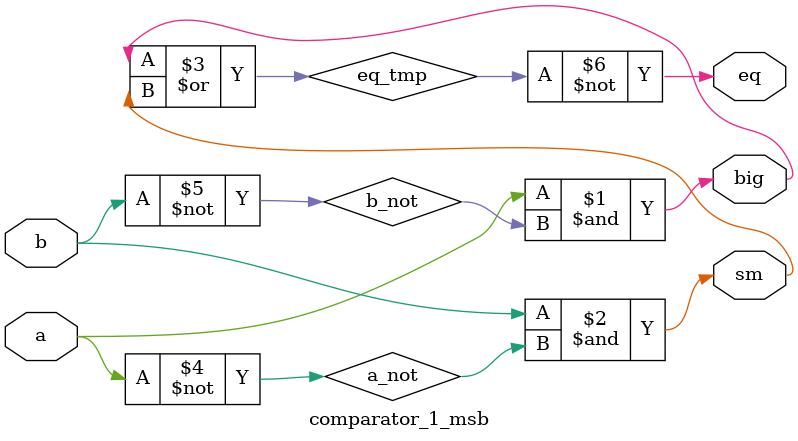
<source format=v>
module comparator_1_msb(a,b,big,eq,sm);

input a,b;
output big,eq,sm;

wire a_not,b_not,eq_tmp ;

not(a_not,a);
not(b_not,b);
and(big,a,b_not);
and(sm,b,a_not);

or(eq_tmp,big,sm);

not(eq,eq_tmp);



endmodule


</source>
